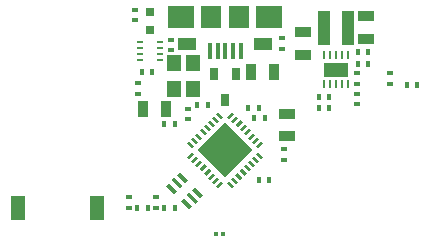
<source format=gbr>
%FSLAX46Y46*%
G04 Gerber Fmt 4.6, Leading zero omitted, Abs format (unit mm)*
G04 Created by KiCad (PCBNEW (2014-08-29 BZR 5106)-product) date Thu 30 Oct 2014 03:32:27 PM PDT*
%MOMM*%
G01*
G04 APERTURE LIST*
%ADD10C,0.100000*%
%ADD11R,0.800100X1.000760*%
%ADD12R,0.398780X0.599440*%
%ADD13R,1.250000X2.100000*%
%ADD14R,1.397000X0.889000*%
%ADD15R,0.599440X0.398780*%
%ADD16R,0.889000X1.397000*%
%ADD17R,0.797560X0.797560*%
%ADD18R,0.300000X0.400000*%
%ADD19R,1.000000X3.000000*%
%ADD20R,0.280000X0.800000*%
%ADD21R,2.000000X1.200000*%
%ADD22R,1.150000X1.400000*%
%ADD23R,0.400000X1.400000*%
%ADD24R,2.300000X1.900000*%
%ADD25R,1.700000X1.900000*%
%ADD26R,1.500000X1.000000*%
%ADD27R,0.600000X0.290000*%
G04 APERTURE END LIST*
D10*
D11*
X120650000Y-110065820D03*
X119697500Y-107866180D03*
X121602500Y-107866180D03*
D12*
X124401580Y-116840000D03*
X123502420Y-116840000D03*
X119194580Y-110490000D03*
X118295420Y-110490000D03*
D13*
X109826400Y-119202200D03*
X103076400Y-119202200D03*
D14*
X127254000Y-106235500D03*
X127254000Y-104330500D03*
D12*
X132783580Y-106997500D03*
X131884420Y-106997500D03*
X132783580Y-105981500D03*
X131884420Y-105981500D03*
D14*
X132588000Y-104902000D03*
X132588000Y-102997000D03*
X125857000Y-113157000D03*
X125857000Y-111252000D03*
D15*
X125603000Y-115130580D03*
X125603000Y-114231420D03*
D12*
X136911080Y-108775500D03*
X136011920Y-108775500D03*
X123512580Y-110744000D03*
X122613420Y-110744000D03*
D16*
X115633500Y-110871000D03*
X113728500Y-110871000D03*
D15*
X117475000Y-110802420D03*
X117475000Y-111701580D03*
D12*
X115501420Y-112141000D03*
X116400580Y-112141000D03*
X124020580Y-111633000D03*
X123121420Y-111633000D03*
D15*
X116078000Y-105859580D03*
X116078000Y-104960420D03*
D12*
X115501420Y-119253000D03*
X116400580Y-119253000D03*
D15*
X114808000Y-118295420D03*
X114808000Y-119194580D03*
X112522000Y-118295420D03*
X112522000Y-119194580D03*
D17*
X114300000Y-104127300D03*
X114300000Y-102628700D03*
D15*
X113284000Y-109542580D03*
X113284000Y-108643420D03*
D18*
X119842000Y-121412000D03*
X120442000Y-121412000D03*
D19*
X131048000Y-103949500D03*
X129048000Y-103949500D03*
D12*
X114114580Y-119253000D03*
X113215420Y-119253000D03*
X114495580Y-107696000D03*
X113596420Y-107696000D03*
X128582420Y-110744000D03*
X129481580Y-110744000D03*
X129481580Y-109791500D03*
X128582420Y-109791500D03*
D15*
X113030000Y-103319580D03*
X113030000Y-102420420D03*
X131826000Y-108717080D03*
X131826000Y-107817920D03*
X131826000Y-110431580D03*
X131826000Y-109532420D03*
X125476000Y-105732580D03*
X125476000Y-104833420D03*
X134620000Y-108717080D03*
X134620000Y-107817920D03*
D10*
G36*
X117167967Y-118347719D02*
X117875074Y-119054826D01*
X117627587Y-119302313D01*
X116920480Y-118595206D01*
X117167967Y-118347719D01*
X117167967Y-118347719D01*
G37*
G36*
X117627586Y-117888099D02*
X118334693Y-118595206D01*
X118087206Y-118842693D01*
X117380099Y-118135586D01*
X117627586Y-117888099D01*
X117627586Y-117888099D01*
G37*
G36*
X118087206Y-117428480D02*
X118794313Y-118135587D01*
X118546826Y-118383074D01*
X117839719Y-117675967D01*
X118087206Y-117428480D01*
X118087206Y-117428480D01*
G37*
G36*
X116814413Y-116155687D02*
X117521520Y-116862794D01*
X117274033Y-117110281D01*
X116566926Y-116403174D01*
X116814413Y-116155687D01*
X116814413Y-116155687D01*
G37*
G36*
X116354794Y-116615307D02*
X117061901Y-117322414D01*
X116814414Y-117569901D01*
X116107307Y-116862794D01*
X116354794Y-116615307D01*
X116354794Y-116615307D01*
G37*
G36*
X115895174Y-117074926D02*
X116602281Y-117782033D01*
X116354794Y-118029520D01*
X115647687Y-117322413D01*
X115895174Y-117074926D01*
X115895174Y-117074926D01*
G37*
D20*
X131048000Y-106255500D03*
X130548000Y-106255500D03*
X130048000Y-106255500D03*
X129548000Y-106255500D03*
X129048000Y-106255500D03*
X129048000Y-108755500D03*
X129548000Y-108755500D03*
X130048000Y-108755500D03*
X130548000Y-108755500D03*
X131048000Y-108755500D03*
D21*
X130048000Y-107505500D03*
D10*
G36*
X119890270Y-111244916D02*
X120066283Y-111068903D01*
X120490152Y-111492772D01*
X120314139Y-111668785D01*
X119890270Y-111244916D01*
X119890270Y-111244916D01*
G37*
G36*
X119536448Y-111598738D02*
X119712461Y-111422725D01*
X120136330Y-111846594D01*
X119960317Y-112022607D01*
X119536448Y-111598738D01*
X119536448Y-111598738D01*
G37*
G36*
X119182626Y-111952561D02*
X119358639Y-111776548D01*
X119782508Y-112200417D01*
X119606495Y-112376430D01*
X119182626Y-111952561D01*
X119182626Y-111952561D01*
G37*
G36*
X118828804Y-112306383D02*
X119004817Y-112130370D01*
X119428686Y-112554239D01*
X119252673Y-112730252D01*
X118828804Y-112306383D01*
X118828804Y-112306383D01*
G37*
G36*
X118476778Y-112658409D02*
X118652791Y-112482396D01*
X119076660Y-112906265D01*
X118900647Y-113082278D01*
X118476778Y-112658409D01*
X118476778Y-112658409D01*
G37*
G36*
X118122955Y-113012231D02*
X118298968Y-112836218D01*
X118722837Y-113260087D01*
X118546824Y-113436100D01*
X118122955Y-113012231D01*
X118122955Y-113012231D01*
G37*
G36*
X117769133Y-113366053D02*
X117945146Y-113190040D01*
X118369015Y-113613909D01*
X118193002Y-113789922D01*
X117769133Y-113366053D01*
X117769133Y-113366053D01*
G37*
G36*
X117415311Y-113719875D02*
X117591324Y-113543862D01*
X118015193Y-113967731D01*
X117839180Y-114143744D01*
X117415311Y-113719875D01*
X117415311Y-113719875D01*
G37*
G36*
X118827008Y-116299005D02*
X119250877Y-115875136D01*
X119426890Y-116051149D01*
X119003021Y-116475018D01*
X118827008Y-116299005D01*
X118827008Y-116299005D01*
G37*
G36*
X119179034Y-116651032D02*
X119602903Y-116227163D01*
X119778916Y-116403176D01*
X119355047Y-116827045D01*
X119179034Y-116651032D01*
X119179034Y-116651032D01*
G37*
G36*
X119532856Y-117004854D02*
X119956725Y-116580985D01*
X120132738Y-116756998D01*
X119708869Y-117180867D01*
X119532856Y-117004854D01*
X119532856Y-117004854D01*
G37*
G36*
X119886678Y-117358676D02*
X120310547Y-116934807D01*
X120486560Y-117110820D01*
X120062691Y-117534689D01*
X119886678Y-117358676D01*
X119886678Y-117358676D01*
G37*
G36*
X118316929Y-114300000D02*
X120650000Y-111966929D01*
X122983071Y-114300000D01*
X120650000Y-116633071D01*
X118316929Y-114300000D01*
X118316929Y-114300000D01*
G37*
G36*
X117413515Y-114885513D02*
X117837384Y-114461644D01*
X118013397Y-114637657D01*
X117589528Y-115061526D01*
X117413515Y-114885513D01*
X117413515Y-114885513D01*
G37*
G36*
X117767337Y-115239335D02*
X118191206Y-114815466D01*
X118367219Y-114991479D01*
X117943350Y-115415348D01*
X117767337Y-115239335D01*
X117767337Y-115239335D01*
G37*
G36*
X118121159Y-115593157D02*
X118545028Y-115169288D01*
X118721041Y-115345301D01*
X118297172Y-115769170D01*
X118121159Y-115593157D01*
X118121159Y-115593157D01*
G37*
G36*
X118473185Y-115945183D02*
X118897054Y-115521314D01*
X119073067Y-115697327D01*
X118649198Y-116121196D01*
X118473185Y-115945183D01*
X118473185Y-115945183D01*
G37*
G36*
X120809848Y-117107228D02*
X120985861Y-116931215D01*
X121409730Y-117355084D01*
X121233717Y-117531097D01*
X120809848Y-117107228D01*
X120809848Y-117107228D01*
G37*
G36*
X121165466Y-116755202D02*
X121341479Y-116579189D01*
X121765348Y-117003058D01*
X121589335Y-117179071D01*
X121165466Y-116755202D01*
X121165466Y-116755202D01*
G37*
G36*
X121517492Y-116403176D02*
X121693505Y-116227163D01*
X122117374Y-116651032D01*
X121941361Y-116827045D01*
X121517492Y-116403176D01*
X121517492Y-116403176D01*
G37*
G36*
X121871314Y-116049353D02*
X122047327Y-115873340D01*
X122471196Y-116297209D01*
X122295183Y-116473222D01*
X121871314Y-116049353D01*
X121871314Y-116049353D01*
G37*
G36*
X122225136Y-115695531D02*
X122401149Y-115519518D01*
X122825018Y-115943387D01*
X122649005Y-116119400D01*
X122225136Y-115695531D01*
X122225136Y-115695531D01*
G37*
G36*
X122578959Y-115341709D02*
X122754972Y-115165696D01*
X123178841Y-115589565D01*
X123002828Y-115765578D01*
X122578959Y-115341709D01*
X122578959Y-115341709D01*
G37*
G36*
X122932781Y-114987887D02*
X123108794Y-114811874D01*
X123532663Y-115235743D01*
X123356650Y-115411756D01*
X122932781Y-114987887D01*
X122932781Y-114987887D01*
G37*
G36*
X123286603Y-114634065D02*
X123462616Y-114458052D01*
X123886485Y-114881921D01*
X123710472Y-115057934D01*
X123286603Y-114634065D01*
X123286603Y-114634065D01*
G37*
G36*
X123284807Y-113964139D02*
X123708676Y-113540270D01*
X123884689Y-113716283D01*
X123460820Y-114140152D01*
X123284807Y-113964139D01*
X123284807Y-113964139D01*
G37*
G36*
X122930985Y-113610317D02*
X123354854Y-113186448D01*
X123530867Y-113362461D01*
X123106998Y-113786330D01*
X122930985Y-113610317D01*
X122930985Y-113610317D01*
G37*
G36*
X122577163Y-113256495D02*
X123001032Y-112832626D01*
X123177045Y-113008639D01*
X122753176Y-113432508D01*
X122577163Y-113256495D01*
X122577163Y-113256495D01*
G37*
G36*
X122225136Y-112904469D02*
X122649005Y-112480600D01*
X122825018Y-112656613D01*
X122401149Y-113080482D01*
X122225136Y-112904469D01*
X122225136Y-112904469D01*
G37*
G36*
X121871314Y-112550647D02*
X122295183Y-112126778D01*
X122471196Y-112302791D01*
X122047327Y-112726660D01*
X121871314Y-112550647D01*
X121871314Y-112550647D01*
G37*
G36*
X121517492Y-112196824D02*
X121941361Y-111772955D01*
X122117374Y-111948968D01*
X121693505Y-112372837D01*
X121517492Y-112196824D01*
X121517492Y-112196824D01*
G37*
G36*
X121163670Y-111843002D02*
X121587539Y-111419133D01*
X121763552Y-111595146D01*
X121339683Y-112019015D01*
X121163670Y-111843002D01*
X121163670Y-111843002D01*
G37*
G36*
X120809848Y-111489180D02*
X121233717Y-111065311D01*
X121409730Y-111241324D01*
X120985861Y-111665193D01*
X120809848Y-111489180D01*
X120809848Y-111489180D01*
G37*
D22*
X116294000Y-106977000D03*
X116294000Y-109177000D03*
X117894000Y-109177000D03*
X117894000Y-106977000D03*
D23*
X121950000Y-105918000D03*
X121300000Y-105918000D03*
X120650000Y-105918000D03*
X120000000Y-105918000D03*
X119350000Y-105918000D03*
D24*
X124400000Y-103068000D03*
D25*
X121850000Y-103068000D03*
X119450000Y-103068000D03*
D24*
X116900000Y-103068000D03*
D26*
X117450000Y-105318000D03*
X123850000Y-105318000D03*
D27*
X113475000Y-105168000D03*
X113475000Y-105668000D03*
X113475000Y-106668000D03*
X115125000Y-106668000D03*
X115125000Y-106168000D03*
X115125000Y-105668000D03*
X115125000Y-105168000D03*
X113475000Y-106168000D03*
D16*
X122872500Y-107696000D03*
X124777500Y-107696000D03*
M02*

</source>
